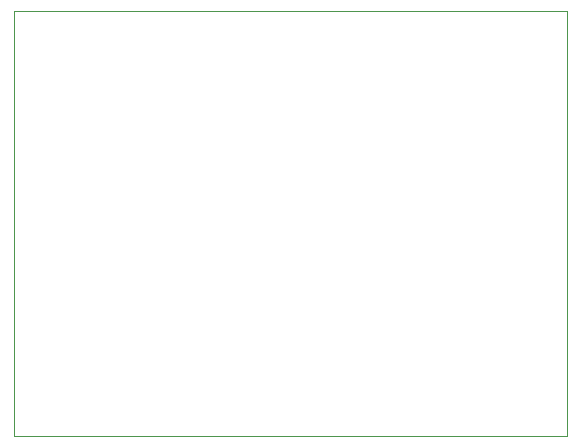
<source format=gbr>
%TF.GenerationSoftware,KiCad,Pcbnew,(5.1.12)-1*%
%TF.CreationDate,2022-08-23T18:30:33+03:00*%
%TF.ProjectId,pt100_Temp_comp,70743130-305f-4546-956d-705f636f6d70,rev?*%
%TF.SameCoordinates,Original*%
%TF.FileFunction,Profile,NP*%
%FSLAX46Y46*%
G04 Gerber Fmt 4.6, Leading zero omitted, Abs format (unit mm)*
G04 Created by KiCad (PCBNEW (5.1.12)-1) date 2022-08-23 18:30:33*
%MOMM*%
%LPD*%
G01*
G04 APERTURE LIST*
%TA.AperFunction,Profile*%
%ADD10C,0.050000*%
%TD*%
G04 APERTURE END LIST*
D10*
X75800000Y-64750000D02*
X75800000Y-63950000D01*
X122575000Y-64750000D02*
X75800000Y-64750000D01*
X122575000Y-28725000D02*
X122575000Y-64750000D01*
X75800000Y-28725000D02*
X122575000Y-28725000D01*
X75800000Y-63950000D02*
X75800000Y-28725000D01*
M02*

</source>
